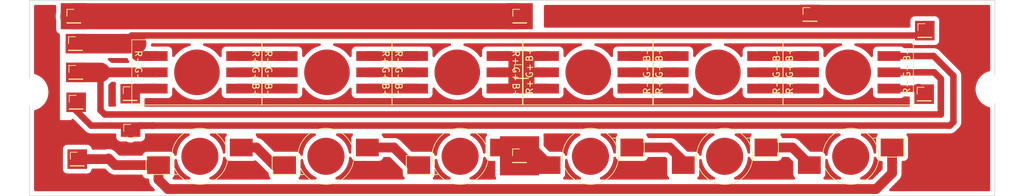
<source format=kicad_pcb>
(kicad_pcb (version 20211014) (generator pcbnew)
  (layers (0 "F.Cu" signal) (31 "B.Cu" signal) (34 "B.Paste" user) (35 "F.Paste" user) (36 "B.SilkS" user "B.Silkscreen") (37 "F.SilkS" user "F.Silkscreen") (38 "B.Mask" user) (39 "F.Mask" user) (44 "Edge.Cuts" user))
  (net 0 "")
  (net 1 "+12V")
  (net 2 "GND")
  (net 3 "Blue_Cathode")
  (net 4 "Red_Cathode")
  (net 5 "Green_Cathode")
  (net 6 "White_Cathode")
  (footprint "MountingHole:MountingHole_4.3mm_M4" (layer "F.Cu") (at 80.3 54.79)
    (fp_text reference "REF**" hide)
    (fp_text value "MountingHole_4.3mm_M4" hide)
    (pad "" np_thru_hole circle (at 0 0) (size 4.3 4.3) (drill 4.3) (layers *.Cu *.Mask))
  )
  (footprint "LED_SMD:LED_1W_RGB" (layer "F.Cu") (at 185.9 51.75 180)
    (fp_text reference "LED_RGB" hide)
    (fp_text value "LED_1W_RGB" hide)
    (fp_text user "G-" (at -9 0.25 90 unlocked) (layer "F.SilkS"))
    (fp_text user "G+" (at 9 0.25 90 unlocked) (layer "F.SilkS"))
    (fp_text user "B+" (at 9 2.75 90 unlocked) (layer "F.SilkS"))
    (fp_text user "B-" (at -9 2.75 90 unlocked) (layer "F.SilkS"))
    (fp_text user "R+" (at 9 -2.25 90 unlocked) (layer "F.SilkS"))
    (fp_text user "R-" (at -9 -2.25 90 unlocked) (layer "F.SilkS"))
    (fp_rect (start -10 -5) (end 10 5) (layer "F.SilkS") (width 0.12) (fill none))
    (pad "" smd circle (at 0 0 180) (size 7 7) (layers "F.Cu" "F.Paste" "F.Mask"))
    (pad "1" smd rect (at -6.25 -2.5 180) (size 3.5 1.5) (layers "F.Cu" "F.Paste" "F.Mask"))
    (pad "2" smd rect (at -6.25 0 180) (size 3.5 1.5) (layers "F.Cu" "F.Paste" "F.Mask"))
    (pad "3" smd rect (at -6.25 2.5 180) (size 3.5 1.5) (layers "F.Cu" "F.Paste" "F.Mask"))
    (pad "4" smd rect (at 6.25 2.5 180) (size 3.5 1.5) (layers "F.Cu" "F.Paste" "F.Mask"))
    (pad "5" smd rect (at 6.25 0 180) (size 3.5 1.5) (layers "F.Cu" "F.Paste" "F.Mask"))
    (pad "6" smd rect (at 6.25 -2.5 180) (size 3.5 1.5) (layers "F.Cu" "F.Paste" "F.Mask"))
  )
  (footprint "Connector_PinHeader_2.00mm:PinHeader_1x01_P2.00mm_Vertical" (layer "F.Cu") (at 95.7 55.03)
    (fp_text reference "REF**" hide)
    (fp_text value "PinHeader_1x01_P2.00mm_Vertical" hide)
    (fp_line (start -1.06 1) (end -1.06 1.06) (layer "F.SilkS") (width 0.12))
    (fp_line (start -1.06 1.06) (end 1.06 1.06) (layer "F.SilkS") (width 0.12))
    (fp_line (start 1.06 1) (end 1.06 1.06) (layer "F.SilkS") (width 0.12))
    (fp_line (start -1.06 1) (end 1.06 1) (layer "F.SilkS") (width 0.12))
    (fp_line (start -1.06 0) (end -1.06 -1.06) (layer "F.SilkS") (width 0.12))
    (fp_line (start -1.06 -1.06) (end 0 -1.06) (layer "F.SilkS") (width 0.12))
    (pad "1" smd rect (at 0 0) (size 3 3) (layers "F.Cu" "F.Paste" "F.Mask") (net 3 "Blue_Cathode"))
  )
  (footprint "LED_SMD:LED_1W_3W_R8" (layer "F.Cu") (at 106.4 64.64)
    (fp_text reference "REF**" hide)
    (fp_text value "LED_1W_3W_R8")
    (fp_line (start -4.445 -0.127) (end -8.255 -0.127) (layer "F.SilkS") (width 0.12))
    (fp_line (start -8.255 2.794) (end -3.429 2.794) (layer "F.SilkS") (width 0.12))
    (fp_line (start -8.255 -0.127) (end -8.255 2.794) (layer "F.SilkS") (width 0.12))
    (fp_circle (center 0 0) (end -4.3 0) (layer "F.SilkS") (width 0.12) (fill none))
    (pad "1" smd rect (at -6.35 1.35) (size 3.5 2.7) (layers "F.Cu" "F.Paste" "F.Mask") (net 6 "White_Cathode"))
    (pad "2" smd rect (at 6.35 -1.35) (size 3.5 2.7) (layers "F.Cu" "F.Paste" "F.Mask"))
    (pad "3" smd circle (at 0 0) (size 5.7 5.7) (layers "F.Cu" "F.Paste" "F.Mask"))
  )
  (footprint "LED_SMD:LED_1W_3W_R8" (layer "F.Cu") (at 186.93 64.64 180)
    (fp_text reference "REF**" hide)
    (fp_text value "LED_1W_3W_R8" hide)
    (fp_line (start -8.255 2.794) (end -3.429 2.794) (layer "F.SilkS") (width 0.12))
    (fp_line (start -4.445 -0.127) (end -8.255 -0.127) (layer "F.SilkS") (width 0.12))
    (fp_line (start -8.255 -0.127) (end -8.255 2.794) (layer "F.SilkS") (width 0.12))
    (fp_circle (center 0 0) (end -4.3 0) (layer "F.SilkS") (width 0.12) (fill none))
    (pad "1" smd rect (at -6.35 1.35 180) (size 3.5 2.7) (layers "F.Cu" "F.Paste" "F.Mask"))
    (pad "2" smd rect (at 6.35 -1.35 180) (size 3.5 2.7) (layers "F.Cu" "F.Paste" "F.Mask"))
    (pad "3" smd circle (at 0 0 180) (size 5.7 5.7) (layers "F.Cu" "F.Paste" "F.Mask"))
  )
  (footprint "LED_SMD:LED_1W_3W_R8" (layer "F.Cu") (at 146.34 64.64)
    (fp_text reference "REF**" hide)
    (fp_text value "LED_1W_3W_R8")
    (fp_line (start -4.445 -0.127) (end -8.255 -0.127) (layer "F.SilkS") (width 0.12))
    (fp_line (start -8.255 -0.127) (end -8.255 2.794) (layer "F.SilkS") (width 0.12))
    (fp_line (start -8.255 2.794) (end -3.429 2.794) (layer "F.SilkS") (width 0.12))
    (fp_circle (center 0 0) (end -4.3 0) (layer "F.SilkS") (width 0.12) (fill none))
    (pad "1" smd rect (at -6.35 1.35) (size 3.5 2.7) (layers "F.Cu" "F.Paste" "F.Mask"))
    (pad "2" smd rect (at 6.35 -1.35) (size 3.5 2.7) (layers "F.Cu" "F.Paste" "F.Mask") (net 1 "+12V"))
    (pad "3" smd circle (at 0 0) (size 5.7 5.7) (layers "F.Cu" "F.Paste" "F.Mask"))
  )
  (footprint "Connector_PinHeader_2.00mm:PinHeader_1x01_P2.00mm_Vertical" (layer "F.Cu") (at 155.49 43.14)
    (fp_text reference "REF**" hide)
    (fp_text value "PinHeader_1x01_P2.00mm_Vertical" hide)
    (fp_line (start -1.06 1.06) (end 1.06 1.06) (layer "F.SilkS") (width 0.12))
    (fp_line (start -1.06 -1.06) (end 0 -1.06) (layer "F.SilkS") (width 0.12))
    (fp_line (start -1.06 1) (end 1.06 1) (layer "F.SilkS") (width 0.12))
    (fp_line (start 1.06 1) (end 1.06 1.06) (layer "F.SilkS") (width 0.12))
    (fp_line (start -1.06 0) (end -1.06 -1.06) (layer "F.SilkS") (width 0.12))
    (fp_line (start -1.06 1) (end -1.06 1.06) (layer "F.SilkS") (width 0.12))
    (pad "1" smd rect (at 0 0) (size 4 4) (layers "F.Cu" "F.Paste" "F.Mask") (net 1 "+12V"))
  )
  (footprint "Connector_PinHeader_2.00mm:PinHeader_1x01_P2.00mm_Vertical" (layer "F.Cu") (at 155.75 51.65)
    (fp_text reference "REF**" hide)
    (fp_text value "PinHeader_1x01_P2.00mm_Vertical" hide)
    (fp_line (start -1.06 1) (end 1.06 1) (layer "F.SilkS") (width 0.12))
    (fp_line (start -1.06 1.06) (end 1.06 1.06) (layer "F.SilkS") (width 0.12))
    (fp_line (start -1.06 0) (end -1.06 -1.06) (layer "F.SilkS") (width 0.12))
    (fp_line (start -1.06 1) (end -1.06 1.06) (layer "F.SilkS") (width 0.12))
    (fp_line (start -1.06 -1.06) (end 0 -1.06) (layer "F.SilkS") (width 0.12))
    (fp_line (start 1.06 1) (end 1.06 1.06) (layer "F.SilkS") (width 0.12))
    (pad "1" smd rect (at 0 0) (size 4 4) (layers "F.Cu" "F.Paste" "F.Mask") (net 1 "+12V"))
  )
  (footprint "Connector_PinHeader_2.00mm:PinHeader_1x01_P2.00mm_Vertical" (layer "F.Cu") (at 87.3 47.35)
    (fp_text reference "REF**" hide)
    (fp_text value "PinHeader_1x01_P2.00mm_Vertical" hide)
    (fp_line (start -1.06 0) (end -1.06 -1.06) (layer "F.SilkS") (width 0.12))
    (fp_line (start -1.06 1.06) (end 1.06 1.06) (layer "F.SilkS") (width 0.12))
    (fp_line (start 1.06 1) (end 1.06 1.06) (layer "F.SilkS") (width 0.12))
    (fp_line (start -1.06 -1.06) (end 0 -1.06) (layer "F.SilkS") (width 0.12))
    (fp_line (start -1.06 1) (end -1.06 1.06) (layer "F.SilkS") (width 0.12))
    (fp_line (start -1.06 1) (end 1.06 1) (layer "F.SilkS") (width 0.12))
    (pad "1" smd rect (at 0 0) (size 3 3) (layers "F.Cu" "F.Paste" "F.Mask") (net 5 "Green_Cathode"))
  )
  (footprint "LED_SMD:LED_1W_RGB" (layer "F.Cu") (at 145.9 51.75)
    (fp_text reference "LED_RGB" hide)
    (fp_text value "LED_1W_RGB" hide)
    (fp_text user "R-" (at -9 -2.25 270 unlocked) (layer "F.SilkS"))
    (fp_text user "B+" (at 9 2.75 270 unlocked) (layer "F.SilkS"))
    (fp_text user "R+" (at 9 -2.25 270 unlocked) (layer "F.SilkS"))
    (fp_text user "B-" (at -9 2.75 270 unlocked) (layer "F.SilkS"))
    (fp_text user "G+" (at 9 0.25 270 unlocked) (layer "F.SilkS"))
    (fp_text user "G-" (at -9 0.25 270 unlocked) (layer "F.SilkS"))
    (fp_rect (start -10 -5) (end 10 5) (layer "F.SilkS") (width 0.12) (fill none))
    (pad "" smd circle (at 0 0) (size 7 7) (layers "F.Cu" "F.Paste" "F.Mask"))
    (pad "1" smd rect (at -6.25 -2.5) (size 3.5 1.5) (layers "F.Cu" "F.Paste" "F.Mask"))
    (pad "2" smd rect (at -6.25 0) (size 3.5 1.5) (layers "F.Cu" "F.Paste" "F.Mask"))
    (pad "3" smd rect (at -6.25 2.5) (size 3.5 1.5) (layers "F.Cu" "F.Paste" "F.Mask"))
    (pad "4" smd rect (at 6.25 2.5) (size 3.5 1.5) (layers "F.Cu" "F.Paste" "F.Mask") (net 1 "+12V"))
    (pad "5" smd rect (at 6.25 0) (size 3.5 1.5) (layers "F.Cu" "F.Paste" "F.Mask") (net 1 "+12V"))
    (pad "6" smd rect (at 6.25 -2.5) (size 3.5 1.5) (layers "F.Cu" "F.Paste" "F.Mask") (net 1 "+12V"))
  )
  (footprint "Connector_PinHeader_2.00mm:PinHeader_1x01_P2.00mm_Vertical" (layer "F.Cu") (at 87.36 51.76)
    (fp_text reference "REF**" hide)
    (fp_text value "PinHeader_1x01_P2.00mm_Vertical" hide)
    (fp_line (start -1.06 1) (end -1.06 1.06) (layer "F.SilkS") (width 0.12))
    (fp_line (start -1.06 0) (end -1.06 -1.06) (layer "F.SilkS") (width 0.12))
    (fp_line (start -1.06 -1.06) (end 0 -1.06) (layer "F.SilkS") (width 0.12))
    (fp_line (start -1.06 1.06) (end 1.06 1.06) (layer "F.SilkS") (width 0.12))
    (fp_line (start -1.06 1) (end 1.06 1) (layer "F.SilkS") (width 0.12))
    (fp_line (start 1.06 1) (end 1.06 1.06) (layer "F.SilkS") (width 0.12))
    (pad "1" smd rect (at 0 0) (size 3 3) (layers "F.Cu" "F.Paste" "F.Mask") (net 4 "Red_Cathode"))
  )
  (footprint "LED_SMD:LED_1W_3W_R8" (layer "F.Cu") (at 166.34 64.64 180)
    (fp_text reference "REF**" hide)
    (fp_text value "LED_1W_3W_R8" hide)
    (fp_line (start -4.445 -0.127) (end -8.255 -0.127) (layer "F.SilkS") (width 0.12))
    (fp_line (start -8.255 -0.127) (end -8.255 2.794) (layer "F.SilkS") (width 0.12))
    (fp_line (start -8.255 2.794) (end -3.429 2.794) (layer "F.SilkS") (width 0.12))
    (fp_circle (center 0 0) (end -4.3 0) (layer "F.SilkS") (width 0.12) (fill none))
    (pad "1" smd rect (at -6.35 1.35 180) (size 3.5 2.7) (layers "F.Cu" "F.Paste" "F.Mask"))
    (pad "2" smd rect (at 6.35 -1.35 180) (size 3.5 2.7) (layers "F.Cu" "F.Paste" "F.Mask") (net 1 "+12V"))
    (pad "3" smd circle (at 0 0 180) (size 5.7 5.7) (layers "F.Cu" "F.Paste" "F.Mask"))
  )
  (footprint "Connector_PinHeader_2.00mm:PinHeader_1x01_P2.00mm_Vertical" (layer "F.Cu") (at 217.65 45.35)
    (fp_text reference "REF**" hide)
    (fp_text value "PinHeader_1x01_P2.00mm_Vertical" hide)
    (fp_line (start -1.06 1) (end 1.06 1) (layer "F.SilkS") (width 0.12))
    (fp_line (start -1.06 1.06) (end 1.06 1.06) (layer "F.SilkS") (width 0.12))
    (fp_line (start -1.06 -1.06) (end 0 -1.06) (layer "F.SilkS") (width 0.12))
    (fp_line (start -1.06 1) (end -1.06 1.06) (layer "F.SilkS") (width 0.12))
    (fp_line (start -1.06 0) (end -1.06 -1.06) (layer "F.SilkS") (width 0.12))
    (fp_line (start 1.06 1) (end 1.06 1.06) (layer "F.SilkS") (width 0.12))
    (pad "1" smd rect (at 0 0) (size 3 3) (layers "F.Cu" "F.Paste" "F.Mask") (net 5 "Green_Cathode"))
  )
  (footprint "LED_SMD:LED_1W_3W_R8" (layer "F.Cu") (at 125.75 64.64)
    (fp_text reference "REF**" hide)
    (fp_text value "LED_1W_3W_R8")
    (fp_line (start -8.255 -0.127) (end -8.255 2.794) (layer "F.SilkS") (width 0.12))
    (fp_line (start -4.445 -0.127) (end -8.255 -0.127) (layer "F.SilkS") (width 0.12))
    (fp_line (start -8.255 2.794) (end -3.429 2.794) (layer "F.SilkS") (width 0.12))
    (fp_circle (center 0 0) (end -4.3 0) (layer "F.SilkS") (width 0.12) (fill none))
    (pad "1" smd rect (at -6.35 1.35) (size 3.5 2.7) (layers "F.Cu" "F.Paste" "F.Mask"))
    (pad "2" smd rect (at 6.35 -1.35) (size 3.5 2.7) (layers "F.Cu" "F.Paste" "F.Mask"))
    (pad "3" smd circle (at 0 0) (size 5.7 5.7) (layers "F.Cu" "F.Paste" "F.Mask"))
  )
  (footprint "Connector_PinHeader_2.00mm:PinHeader_1x01_P2.00mm_Vertical" (layer "F.Cu") (at 155.45 64.56)
    (fp_text reference "REF**" hide)
    (fp_text value "PinHeader_1x01_P2.00mm_Vertical" hide)
    (fp_line (start -1.06 1) (end 1.06 1) (layer "F.SilkS") (width 0.12))
    (fp_line (start -1.06 1.06) (end 1.06 1.06) (layer "F.SilkS") (width 0.12))
    (fp_line (start -1.06 1) (end -1.06 1.06) (layer "F.SilkS") (width 0.12))
    (fp_line (start -1.06 -1.06) (end 0 -1.06) (layer "F.SilkS") (width 0.12))
    (fp_line (start -1.06 0) (end -1.06 -1.06) (layer "F.SilkS") (width 0.12))
    (fp_line (start 1.06 1) (end 1.06 1.06) (layer "F.SilkS") (width 0.12))
    (pad "1" smd rect (at 0 0) (size 6 6) (layers "F.Cu" "F.Paste" "F.Mask") (net 1 "+12V"))
  )
  (footprint "LED_SMD:LED_1W_RGB" (layer "F.Cu") (at 205.9 51.75 180)
    (fp_text reference "LED_RGB" hide)
    (fp_text value "LED_1W_RGB" hide)
    (fp_text user "B+" (at 9 2.75 90 unlocked) (layer "F.SilkS"))
    (fp_text user "G-" (at -9 0.25 90 unlocked) (layer "F.SilkS"))
    (fp_text user "B-" (at -9 2.75 90 unlocked) (layer "F.SilkS"))
    (fp_text user "R+" (at 9 -2.25 90 unlocked) (layer "F.SilkS"))
    (fp_text user "R-" (at -9 -2.25 90 unlocked) (layer "F.SilkS"))
    (fp_text user "G+" (at 9 0.25 90 unlocked) (layer "F.SilkS"))
    (fp_rect (start -10 -5) (end 10 5) (layer "F.SilkS") (width 0.12) (fill none))
    (pad "" smd circle (at 0 0 180) (size 7 7) (layers "F.Cu" "F.Paste" "F.Mask"))
    (pad "1" smd rect (at -6.25 -2.5 180) (size 3.5 1.5) (layers "F.Cu" "F.Paste" "F.Mask") (net 5 "Green_Cathode"))
    (pad "2" smd rect (at -6.25 0 180) (size 3.5 1.5) (layers "F.Cu" "F.Paste" "F.Mask") (net 4 "Red_Cathode"))
    (pad "3" smd rect (at -6.25 2.5 180) (size 3.5 1.5) (layers "F.Cu" "F.Paste" "F.Mask") (net 3 "Blue_Cathode"))
    (pad "4" smd rect (at 6.25 2.5 180) (size 3.5 1.5) (layers "F.Cu" "F.Paste" "F.Mask"))
    (pad "5" smd rect (at 6.25 0 180) (size 3.5 1.5) (layers "F.Cu" "F.Paste" "F.Mask"))
    (pad "6" smd rect (at 6.25 -2.5 180) (size 3.5 1.5) (layers "F.Cu" "F.Paste" "F.Mask"))
  )
  (footprint "Connector_PinHeader_2.00mm:PinHeader_1x01_P2.00mm_Vertical" (layer "F.Cu") (at 217.55 55.1)
    (fp_text reference "REF**" hide)
    (fp_text value "PinHeader_1x01_P2.00mm_Vertical" hide)
    (fp_line (start -1.06 -1.06) (end 0 -1.06) (layer "F.SilkS") (width 0.12))
    (fp_line (start -1.06 1) (end 1.06 1) (layer "F.SilkS") (width 0.12))
    (fp_line (start -1.06 1.06) (end 1.06 1.06) (layer "F.SilkS") (width 0.12))
    (fp_line (start -1.06 1) (end -1.06 1.06) (layer "F.SilkS") (width 0.12))
    (fp_line (start 1.06 1) (end 1.06 1.06) (layer "F.SilkS") (width 0.12))
    (fp_line (start -1.06 0) (end -1.06 -1.06) (layer "F.SilkS") (width 0.12))
    (pad "1" smd rect (at 0 0) (size 3 3) (layers "F.Cu" "F.Paste" "F.Mask") (net 5 "Green_Cathode"))
  )
  (footprint "" (layer "F.Cu") (at 82.85 66)
    (fp_text reference "" (at 0 0) (layer "F.SilkS") (effects (font (size 1.27 1.27))))
    (fp_text value "" (at 0 0) (layer "F.SilkS") (effects (font (size 1.27 1.27))))
    (pad "1" smd rect (at 0 0) (size 3 3) (layers "F.Cu" "F.Paste" "F.Mask") (net 2 "GND"))
  )
  (footprint "MountingHole:MountingHole_4.3mm_M4" (layer "F.Cu") (at 228.3 54.34)
    (fp_text reference "REF**" hide)
    (fp_text value "MountingHole_4.3mm_M4" hide)
    (pad "" np_thru_hole circle (at 0 0) (size 4.3 4.3) (drill 4.3) (layers *.Cu *.Mask))
  )
  (footprint "LED_SMD:LED_1W_RGB" (layer "F.Cu") (at 125.9 51.75)
    (fp_text reference "LED_RGB" hide)
    (fp_text value "LED_1W_RGB" hide)
    (fp_text user "G+" (at 9 0.25 270 unlocked) (layer "F.SilkS"))
    (fp_text user "B-" (at -9 2.75 270 unlocked) (layer "F.SilkS"))
    (fp_text user "G-" (at -9 0.25 270 unlocked) (layer "F.SilkS"))
    (fp_text user "B+" (at 9 2.75 270 unlocked) (layer "F.SilkS"))
    (fp_text user "R+" (at 9 -2.25 270 unlocked) (layer "F.SilkS"))
    (fp_text user "R-" (at -9 -2.25 270 unlocked) (layer "F.SilkS"))
    (fp_rect (start -10 -5) (end 10 5) (layer "F.SilkS") (width 0.12) (fill none))
    (pad "" smd circle (at 0 0) (size 7 7) (layers "F.Cu" "F.Paste" "F.Mask"))
    (pad "1" smd rect (at -6.25 -2.5) (size 3.5 1.5) (layers "F.Cu" "F.Paste" "F.Mask"))
    (pad "2" smd rect (at -6.25 0) (size 3.5 1.5) (layers "F.Cu" "F.Paste" "F.Mask"))
    (pad "3" smd rect (at -6.25 2.5) (size 3.5 1.5) (layers "F.Cu" "F.Paste" "F.Mask"))
    (pad "4" smd rect (at 6.25 2.5) (size 3.5 1.5) (layers "F.Cu" "F.Paste" "F.Mask"))
    (pad "5" smd rect (at 6.25 0) (size 3.5 1.5) (layers "F.Cu" "F.Paste" "F.Mask"))
    (pad "6" smd rect (at 6.25 -2.5) (size 3.5 1.5) (layers "F.Cu" "F.Paste" "F.Mask"))
  )
  (footprint "Connector_PinHeader_2.00mm:PinHeader_1x01_P2.00mm_Vertical" (layer "F.Cu") (at 95.77 60.8025)
    (fp_text reference "REF**" hide)
    (fp_text value "PinHeader_1x01_P2.00mm_Vertical" hide)
    (fp_line (start -1.06 0) (end -1.06 -1.06) (layer "F.SilkS") (width 0.12))
    (fp_line (start -1.06 1.06) (end 1.06 1.06) (layer "F.SilkS") (width 0.12))
    (fp_line (start -1.06 1) (end -1.06 1.06) (layer "F.SilkS") (width 0.12))
    (fp_line (start -1.06 -1.06) (end 0 -1.06) (layer "F.SilkS") (width 0.12))
    (fp_line (start -1.06 1) (end 1.06 1) (layer "F.SilkS") (width 0.12))
    (fp_line (start 1.06 1) (end 1.06 1.06) (layer "F.SilkS") (width 0.12))
    (pad "1" smd rect (at 0 0.1) (size 3 1.5) (layers "F.Cu" "F.Paste" "F.Mask") (net 3 "Blue_Cathode"))
  )
  (footprint "LED_SMD:LED_1W_RGB" (layer "F.Cu") (at 105.95 51.75)
    (fp_text reference "LED_RGB" hide)
    (fp_text value "LED_1W_RGB" hide)
    (fp_text user "R-" (at -9 -2.25 270 unlocked) (layer "F.SilkS"))
    (fp_text user "B+" (at 9 2.75 270 unlocked) (layer "F.SilkS"))
    (fp_text user "R+" (at 9 -2.25 270 unlocked) (layer "F.SilkS"))
    (fp_text user "G+" (at 9 0.25 270 unlocked) (layer "F.SilkS"))
    (fp_text user "G-" (at -9 0.25 270 unlocked) (layer "F.SilkS"))
    (fp_rect (start -10 -5) (end 10 5) (layer "F.SilkS") (width 0.12) (fill none))
    (pad "" smd circle (at 0 0) (size 7 7) (layers "F.Cu" "F.Paste" "F.Mask"))
    (pad "1" smd rect (at -6.25 -2.5) (size 3.5 1.5) (layers "F.Cu" "F.Paste" "F.Mask") (net 5 "Green_Cathode"))
    (pad "2" smd rect (at -6.25 0) (size 3.5 1.5) (layers "F.Cu" "F.Paste" "F.Mask") (net 4 "Red_Cathode"))
    (pad "3" smd rect (at -6.25 2.5) (size 3.5 1.5) (layers "F.Cu" "F.Paste" "F.Mask") (net 3 "Blue_Cathode"))
    (pad "4" smd rect (at 6.25 2.5) (size 3.5 1.5) (layers "F.Cu" "F.Paste" "F.Mask"))
    (pad "5" smd rect (at 6.25 0) (size 3.5 1.5) (layers "F.Cu" "F.Paste" "F.Mask"))
    (pad "6" smd rect (at 6.25 -2.5) (size 3.5 1.5) (layers "F.Cu" "F.Paste" "F.Mask"))
  )
  (footprint "Connector_PinHeader_2.00mm:PinHeader_1x01_P2.00mm_Vertical" (layer "F.Cu") (at 87.05 43.14)
    (fp_text reference "REF**" hide)
    (fp_text value "PinHeader_1x01_P2.00mm_Vertical" hide)
    (fp_line (start -1.06 1.06) (end 1.06 1.06) (layer "F.SilkS") (width 0.12))
    (fp_line (start -1.06 -1.06) (end 0 -1.06) (layer "F.SilkS") (width 0.12))
    (fp_line (start 1.06 1) (end 1.06 1.06) (layer "F.SilkS") (width 0.12))
    (fp_line (start -1.06 0) (end -1.06 -1.06) (layer "F.SilkS") (width 0.12))
    (fp_line (start -1.06 1) (end 1.06 1) (layer "F.SilkS") (width 0.12))
    (fp_line (start -1.06 1) (end -1.06 1.06) (layer "F.SilkS") (width 0.12))
    (pad "1" smd rect (at 0 0) (size 4 4) (layers "F.Cu" "F.Paste" "F.Mask") (net 1 "+12V"))
  )
  (footprint "Connector_PinHeader_2.00mm:PinHeader_1x01_P2.00mm_Vertical" (layer "F.Cu") (at 87.41 56.35)
    (fp_text reference "REF**" hide)
    (fp_text value "PinHeader_1x01_P2.00mm_Vertical" hide)
    (fp_line (start -1.06 1) (end -1.06 1.06) (layer "F.SilkS") (width 0.12))
    (fp_line (start -1.06 -1.06) (end 0 -1.06) (layer "F.SilkS") (width 0.12))
    (fp_line (start -1.06 1) (end 1.06 1) (layer "F.SilkS") (width 0.12))
    (fp_line (start -1.06 1.06) (end 1.06 1.06) (layer "F.SilkS") (width 0.12))
    (fp_line (start -1.06 0) (end -1.06 -1.06) (layer "F.SilkS") (width 0.12))
    (fp_line (start 1.06 1) (end 1.06 1.06) (layer "F.SilkS") (width 0.12))
    (pad "1" smd rect (at 0 0) (size 3 3) (layers "F.Cu" "F.Paste" "F.Mask") (net 3 "Blue_Cathode"))
  )
  (footprint "LED_SMD:LED_1W_RGB" (layer "F.Cu") (at 166 51.75 180)
    (fp_text reference "LED_RGB" hide)
    (fp_text value "LED_1W_RGB" hide)
    (fp_text user "B-" (at -9 2.75 90 unlocked) (layer "F.SilkS"))
    (fp_text user "G+" (at 9 0.25 90 unlocked) (layer "F.SilkS"))
    (fp_text user "R-" (at -9 -2.25 90 unlocked) (layer "F.SilkS"))
    (fp_text user "R+" (at 9 -2.25 90 unlocked) (layer "F.SilkS"))
    (fp_text user "B+" (at 9 2.75 90 unlocked) (layer "F.SilkS"))
    (fp_text user "G-" (at -9 0.25 90 unlocked) (layer "F.SilkS"))
    (fp_rect (start -10 -5) (end 10 5) (layer "F.SilkS") (width 0.12) (fill none))
    (pad "" smd circle (at 0 0 180) (size 7 7) (layers "F.Cu" "F.Paste" "F.Mask"))
    (pad "1" smd rect (at -6.25 -2.5 180) (size 3.5 1.5) (layers "F.Cu" "F.Paste" "F.Mask"))
    (pad "2" smd rect (at -6.25 0 180) (size 3.5 1.5) (layers "F.Cu" "F.Paste" "F.Mask"))
    (pad "3" smd rect (at -6.25 2.5 180) (size 3.5 1.5) (layers "F.Cu" "F.Paste" "F.Mask"))
    (pad "4" smd rect (at 6.25 2.5 180) (size 3.5 1.5) (layers "F.Cu" "F.Paste" "F.Mask") (net 1 "+12V"))
    (pad "5" smd rect (at 6.25 0 180) (size 3.5 1.5) (layers "F.Cu" "F.Paste" "F.Mask") (net 1 "+12V"))
    (pad "6" smd rect (at 6.25 -2.5 180) (size 3.5 1.5) (layers "F.Cu" "F.Paste" "F.Mask") (net 1 "+12V"))
  )
  (footprint "LED_SMD:LED_1W_3W_R8" (layer "F.Cu") (at 206.28 64.64 180)
    (fp_text reference "REF**" hide)
    (fp_text value "LED_1W_3W_R8" hide)
    (fp_line (start -4.445 -0.127) (end -8.255 -0.127) (layer "F.SilkS") (width 0.12))
    (fp_line (start -8.255 2.794) (end -3.429 2.794) (layer "F.SilkS") (width 0.12))
    (fp_line (start -8.255 -0.127) (end -8.255 2.794) (layer "F.SilkS") (width 0.12))
    (fp_circle (center 0 0) (end -4.3 0) (layer "F.SilkS") (width 0.12) (fill none))
    (pad "1" smd rect (at -6.35 1.35 180) (size 3.5 2.7) (layers "F.Cu" "F.Paste" "F.Mask") (net 6 "White_Cathode"))
    (pad "2" smd rect (at 6.35 -1.35 180) (size 3.5 2.7) (layers "F.Cu" "F.Paste" "F.Mask"))
    (pad "3" smd circle (at 0 0 180) (size 5.7 5.7) (layers "F.Cu" "F.Paste" "F.Mask"))
  )
  (footprint "Connector_PinHeader_2.00mm:PinHeader_1x01_P2.00mm_Vertical" (layer "F.Cu") (at 200.02 42.88)
    (fp_text reference "REF**" hide)
    (fp_text value "PinHeader_1x01_P2.00mm_Vertical" hide)
    (fp_line (start -1.06 1) (end -1.06 1.06) (layer "F.SilkS") (width 0.12))
    (fp_line (start -1.06 -1.06) (end 0 -1.06) (layer "F.SilkS") (width 0.12))
    (fp_line (start -1.06 1) (end 1.06 1) (layer "F.SilkS") (width 0.12))
    (fp_line (start -1.06 1.06) (end 1.06 1.06) (layer "F.SilkS") (width 0.12))
    (fp_line (start 1.06 1) (end 1.06 1.06) (layer "F.SilkS") (width 0.12))
    (fp_line (start -1.06 0) (end -1.06 -1.06) (layer "F.SilkS") (width 0.12))
    (pad "1" smd rect (at 0 0) (size 3 3) (layers "F.Cu" "F.Paste" "F.Mask") (net 2 "GND"))
  )
  (footprint "Connector_PinHeader_2.00mm:PinHeader_1x01_P2.00mm_Vertical" (layer "F.Cu") (at 87.58 65.07)
    (fp_text reference "REF**" hide)
    (fp_text value "PinHeader_1x01_P2.00mm_Vertical" hide)
    (fp_line (start -1.06 1.06) (end 1.06 1.06) (layer "F.SilkS") (width 0.12))
    (fp_line (start -1.06 -1.06) (end 0 -1.06) (layer "F.SilkS") (width 0.12))
    (fp_line (start 1.06 1) (end 1.06 1.06) (layer "F.SilkS") (width 0.12))
    (fp_line (start -1.06 1) (end -1.06 1.06) (layer "F.SilkS") (width 0.12))
    (fp_line (start -1.06 0) (end -1.06 -1.06) (layer "F.SilkS") (width 0.12))
    (fp_line (start -1.06 1) (end 1.06 1) (layer "F.SilkS") (width 0.12))
    (pad "1" smd rect (at 0 0) (size 3 3) (layers "F.Cu" "F.Paste" "F.Mask") (net 6 "White_Cathode"))
  )
  (gr_rect (start 80.25 40.7) (end 228.39 70.7) (layer "Edge.Cuts") (width 0.1) (fill none))
  (segment (start 178.5 63.29) (end 172.69 63.29) (width 1.5) (layer "F.Cu") (net 0))
  (segment (start 136.17 63.29) (end 138.87 65.99) (width 1.5) (layer "F.Cu") (net 0))
  (segment (start 192.15 49.25) (end 199.65 49.25) (width 1.5) (layer "F.Cu") (net 0))
  (segment (start 172.25 54.25) (end 179.65 54.25) (width 1.5) (layer "F.Cu") (net 0))
  (segment (start 132.15 49.25) (end 139.65 49.25) (width 1.5) (layer "F.Cu") (net 0))
  (segment (start 172.25 51.75) (end 179.65 51.75) (width 1.5) (layer "F.Cu") (net 0))
  (segment (start 180.58 65.37) (end 178.5 63.29) (width 1.5) (layer "F.Cu") (net 0))
  (segment (start 132.15 54.25) (end 139.65 54.25) (width 1.5) (layer "F.Cu") (net 0))
  (segment (start 199.93 65.99) (end 199.93 65.87) (width 1.5) (layer "F.Cu") (net 0))
  (segment (start 192.15 51.75) (end 199.65 51.75) (width 1.5) (layer "F.Cu") (net 0))
  (segment (start 199.93 65.87) (end 197.35 63.29) (width 1.5) (layer "F.Cu") (net 0))
  (segment (start 112.2 54.25) (end 119.65 54.25) (width 1.5) (layer "F.Cu") (net 0))
  (segment (start 192.15 54.25) (end 199.65 54.25) (width 1.5) (layer "F.Cu") (net 0))
  (segment (start 132.1 63.29) (end 136.17 63.29) (width 1.5) (layer "F.Cu") (net 0))
  (segment (start 197.35 63.29) (end 193.28 63.29) (width 1.5) (layer "F.Cu") (net 0))
  (segment (start 138.87 65.99) (end 139.99 65.99) (width 1.5) (layer "F.Cu") (net 0))
  (segment (start 112.75 63.29) (end 115.08 63.29) (width 1.5) (layer "F.Cu") (net 0))
  (segment (start 132.15 51.75) (end 139.65 51.75) (width 1.5) (layer "F.Cu") (net 0))
  (segment (start 172.25 49.25) (end 179.65 49.25) (width 1.5) (layer "F.Cu") (net 0))
  (segment (start 117.78 65.99) (end 119.4 65.99) (width 1.5) (layer "F.Cu") (net 0))
  (segment (start 112.2 49.25) (end 119.65 49.25) (width 1.5) (layer "F.Cu") (net 0))
  (segment (start 112.2 51.75) (end 119.65 51.75) (width 1.5) (layer "F.Cu") (net 0))
  (segment (start 180.58 65.99) (end 180.58 65.37) (width 1.5) (layer "F.Cu") (net 0))
  (segment (start 115.08 63.29) (end 117.78 65.99) (width 1.5) (layer "F.Cu") (net 0))
  (segment (start 159.99 65.99) (end 159.99 65.95) (width 1.5) (layer "F.Cu") (net 1))
  (segment (start 159.99 65.95) (end 157.33 63.29) (width 1.5) (layer "F.Cu") (net 1))
  (segment (start 86.98 43.148082) (end 154.96 43.148082) (width 4) (layer "F.Cu") (net 1))
  (segment (start 155.9 49.25) (end 159.75 49.25) (width 1.5) (layer "F.Cu") (net 1))
  (segment (start 155.9 54.25) (end 159.75 54.25) (width 1.5) (layer "F.Cu") (net 1))
  (segment (start 155.03 43.52) (end 155.64 42.91) (width 1.5) (layer "F.Cu") (net 1))
  (segment (start 152.15 49.25) (end 155.9 49.25) (width 1.5) (layer "F.Cu") (net 1))
  (segment (start 157.33 63.29) (end 152.69 63.29) (width 1.5) (layer "F.Cu") (net 1))
  (segment (start 152.15 54.25) (end 155.9 54.25) (width 1.5) (layer "F.Cu") (net 1))
  (segment (start 152.15 51.75) (end 159.75 51.75) (width 1.5) (layer "F.Cu") (net 1))
  (segment (start 155.9 54.25) (end 155.9 49.25) (width 1.5) (layer "F.Cu") (net 1))
  (segment (start 89.7 59.92) (end 87.41 57.63) (width 1) (layer "F.Cu") (net 3))
  (segment (start 96.48 54.25) (end 95.7 55.03) (width 1.5) (layer "F.Cu") (net 3))
  (segment (start 87.41 57.63) (end 87.41 56.35) (width 1) (layer "F.Cu") (net 3))
  (segment (start 99.28 59.92) (end 89.7 59.92) (width 1) (layer "F.Cu") (net 3))
  (segment (start 219.004164 49.25) (end 222.04 52.285836) (width 1) (layer "F.Cu") (net 3))
  (segment (start 222.04 59.38) (end 221.5 59.92) (width 1) (layer "F.Cu") (net 3))
  (segment (start 212.15 49.25) (end 219.004164 49.25) (width 1) (layer "F.Cu") (net 3))
  (segment (start 222.04 52.285836) (end 222.04 59.38) (width 1) (layer "F.Cu") (net 3))
  (segment (start 99.28 59.92) (end 97.1625 59.92) (width 1) (layer "F.Cu") (net 3))
  (segment (start 97.1625 59.92) (end 95.76 61.3225) (width 1) (layer "F.Cu") (net 3))
  (segment (start 99.7 54.25) (end 96.48 54.25) (width 1.5) (layer "F.Cu") (net 3))
  (segment (start 221.5 59.92) (end 99.28 59.92) (width 1) (layer "F.Cu") (net 3))
  (segment (start 220.11 52.76) (end 219.1 51.75) (width 1) (layer "F.Cu") (net 4))
  (segment (start 99.69 51.76) (end 99.7 51.75) (width 1.5) (layer "F.Cu") (net 4))
  (segment (start 87.36 51.76) (end 91.15 51.76) (width 3) (layer "F.Cu") (net 4))
  (segment (start 91.15 51.76) (end 91.15 57.57) (width 1) (layer "F.Cu") (net 4))
  (segment (start 219.1 51.75) (end 212.15 51.75) (width 1) (layer "F.Cu") (net 4))
  (segment (start 220.11 58.22) (end 220.11 52.76) (width 1) (layer "F.Cu") (net 4))
  (segment (start 91.15 57.57) (end 91.8 58.22) (width 1) (layer "F.Cu") (net 4))
  (segment (start 91.15 51.76) (end 99.69 51.76) (width 1.5) (layer "F.Cu") (net 4))
  (segment (start 91.8 58.22) (end 220.11 58.22) (width 1) (layer "F.Cu") (net 4))
  (segment (start 216.7 54.25) (end 217.55 55.1) (width 1.5) (layer "F.Cu") (net 5))
  (segment (start 94.69 47.35) (end 96.7 47.35) (width 3) (layer "F.Cu") (net 5))
  (segment (start 87.3 47.35) (end 94.69 47.35) (width 3) (layer "F.Cu") (net 5))
  (segment (start 95.94 46.1) (end 94.69 47.35) (width 1) (layer "F.Cu") (net 5))
  (segment (start 217.6 46.1) (end 95.94 46.1) (width 1) (layer "F.Cu") (net 5))
  (segment (start 96.7 49.15) (end 96.7 47.35) (width 1.5) (layer "F.Cu") (net 5))
  (segment (start 96.8 49.25) (end 96.7 49.15) (width 1.5) (layer "F.Cu") (net 5))
  (segment (start 212.15 54.25) (end 216.7 54.25) (width 1) (layer "F.Cu") (net 5))
  (segment (start 99.7 49.25) (end 96.8 49.25) (width 1.5) (layer "F.Cu") (net 5))
  (segment (start 101.48 69.66) (end 210.19 69.66) (width 1.5) (layer "F.Cu") (net 6))
  (segment (start 100.05 65.99) (end 100.05 68.23) (width 1.5) (layer "F.Cu") (net 6))
  (segment (start 87.58 65.07) (end 92.29 65.07) (width 1.5) (layer "F.Cu") (net 6))
  (segment (start 212.63 67.22) (end 212.63 63.29) (width 1.5) (layer "F.Cu") (net 6))
  (segment (start 92.38 64.98) (end 93.39 65.99) (width 1.5) (layer "F.Cu") (net 6))
  (segment (start 93.39 65.99) (end 100.05 65.99) (width 1.5) (layer "F.Cu") (net 6))
  (segment (start 100.05 68.23) (end 101.48 69.66) (width 1.5) (layer "F.Cu") (net 6))
  (segment (start 210.19 69.66) (end 212.63 67.22) (width 1.5) (layer "F.Cu") (net 6))
  (segment (start 92.29 65.07) (end 92.38 64.98) (width 1.5) (layer "F.Cu") (net 6))
  (zone (net 0) (net_name "") (layer "F.Cu") (connect_pads yes (clearance 0)) (min_thickness 0.4)
    (keepout (tracks not_allowed) (vias not_allowed) (pads not_allowed) (copperpour not_allowed) (footprints allowed))
    (fill (thermal_gap 0.508) (thermal_bridge_width 0.508) (island_removal_mode 2) (island_area_min 2))
    (polygon (pts (xy 159.2 45.38) (xy 157.19 45.38) (xy 157.19 40.97) (xy 159.2 40.97)))
  )
  (zone (net 0) (net_name "") (layer "F.Cu") (connect_pads yes (clearance 0)) (min_thickness 0.4)
    (keepout (tracks not_allowed) (vias not_allowed) (pads not_allowed) (copperpour not_allowed) (footprints allowed))
    (fill (thermal_gap 0.508) (thermal_bridge_width 0.508) (island_removal_mode 2) (island_area_min 2))
    (polygon (pts (xy 86.68 59.08) (xy 84.92 59.08) (xy 84.92 40.81) (xy 86.68 40.81)))
  )
  (zone (net 2) (net_name "GND") (layer "F.Cu") (connect_pads yes (clearance 0.7)) (min_thickness 0.4) (fill yes (thermal_gap 0.508) (thermal_bridge_width 0.508) (island_removal_mode 2) (island_area_min 2))
    (polygon (pts (xy 228.3 70.65) (xy 80.3 70.65) (xy 80.3 40.75) (xy 228.3 40.75)))
  )
)
</source>
